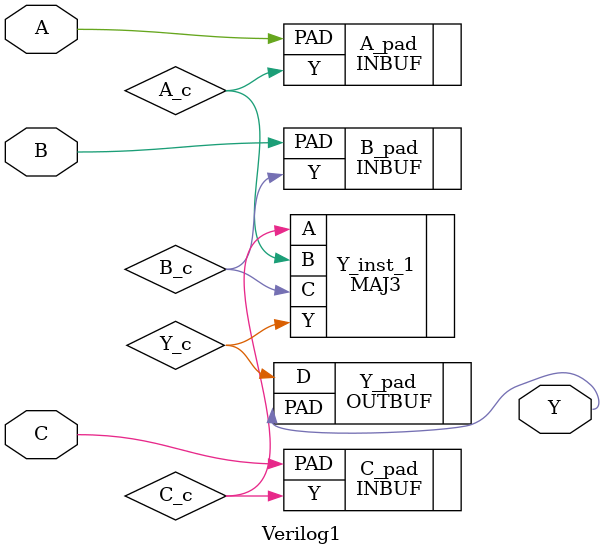
<source format=v>
`timescale 1 ns/100 ps


module Verilog1(
       A,
       B,
       C,
       Y
    );
input  A;
input  B;
input  C;
output Y;

    wire GND, VCC, A_c, B_c, C_c, Y_c;
    
    MAJ3 Y_inst_1 (.A(C_c), .B(A_c), .C(B_c), .Y(Y_c));
    INBUF C_pad (.PAD(C), .Y(C_c));
    INBUF B_pad (.PAD(B), .Y(B_c));
    OUTBUF Y_pad (.D(Y_c), .PAD(Y));
    VCC VCC_i (.Y(VCC));
    GND GND_i (.Y(GND));
    INBUF A_pad (.PAD(A), .Y(A_c));
    
endmodule

</source>
